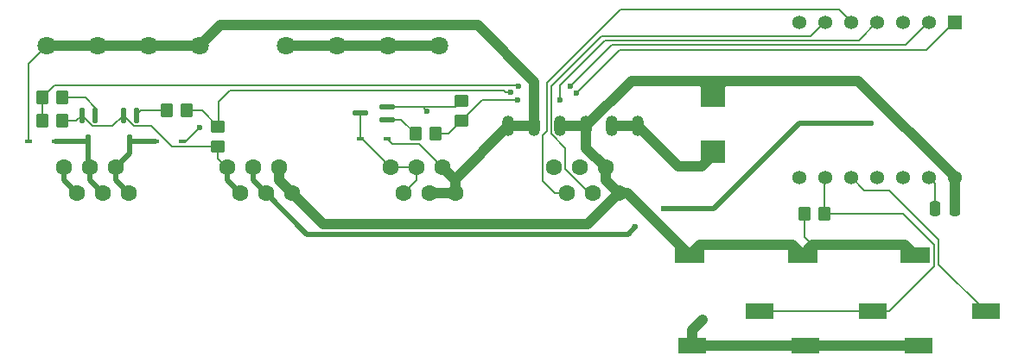
<source format=gbr>
%TF.GenerationSoftware,KiCad,Pcbnew,9.0.1*%
%TF.CreationDate,2025-04-18T12:39:12-07:00*%
%TF.ProjectId,Greenhouse Board,47726565-6e68-46f7-9573-6520426f6172,rev?*%
%TF.SameCoordinates,Original*%
%TF.FileFunction,Copper,L1,Top*%
%TF.FilePolarity,Positive*%
%FSLAX46Y46*%
G04 Gerber Fmt 4.6, Leading zero omitted, Abs format (unit mm)*
G04 Created by KiCad (PCBNEW 9.0.1) date 2025-04-18 12:39:12*
%MOMM*%
%LPD*%
G01*
G04 APERTURE LIST*
G04 Aperture macros list*
%AMRoundRect*
0 Rectangle with rounded corners*
0 $1 Rounding radius*
0 $2 $3 $4 $5 $6 $7 $8 $9 X,Y pos of 4 corners*
0 Add a 4 corners polygon primitive as box body*
4,1,4,$2,$3,$4,$5,$6,$7,$8,$9,$2,$3,0*
0 Add four circle primitives for the rounded corners*
1,1,$1+$1,$2,$3*
1,1,$1+$1,$4,$5*
1,1,$1+$1,$6,$7*
1,1,$1+$1,$8,$9*
0 Add four rect primitives between the rounded corners*
20,1,$1+$1,$2,$3,$4,$5,0*
20,1,$1+$1,$4,$5,$6,$7,0*
20,1,$1+$1,$6,$7,$8,$9,0*
20,1,$1+$1,$8,$9,$2,$3,0*%
G04 Aperture macros list end*
%TA.AperFunction,ComponentPad*%
%ADD10R,1.358000X1.358000*%
%TD*%
%TA.AperFunction,ComponentPad*%
%ADD11C,1.358000*%
%TD*%
%TA.AperFunction,ComponentPad*%
%ADD12C,1.600000*%
%TD*%
%TA.AperFunction,SMDPad,CuDef*%
%ADD13RoundRect,0.250000X-0.350000X-0.450000X0.350000X-0.450000X0.350000X0.450000X-0.350000X0.450000X0*%
%TD*%
%TA.AperFunction,SMDPad,CuDef*%
%ADD14RoundRect,0.112500X0.112500X0.637500X-0.112500X0.637500X-0.112500X-0.637500X0.112500X-0.637500X0*%
%TD*%
%TA.AperFunction,SMDPad,CuDef*%
%ADD15RoundRect,0.250000X0.250000X0.475000X-0.250000X0.475000X-0.250000X-0.475000X0.250000X-0.475000X0*%
%TD*%
%TA.AperFunction,SMDPad,CuDef*%
%ADD16R,0.800100X0.355600*%
%TD*%
%TA.AperFunction,ComponentPad*%
%ADD17O,1.200000X2.000000*%
%TD*%
%TA.AperFunction,SMDPad,CuDef*%
%ADD18RoundRect,0.250000X0.350000X0.450000X-0.350000X0.450000X-0.350000X-0.450000X0.350000X-0.450000X0*%
%TD*%
%TA.AperFunction,ComponentPad*%
%ADD19C,1.803400*%
%TD*%
%TA.AperFunction,SMDPad,CuDef*%
%ADD20RoundRect,0.250000X-0.450000X0.350000X-0.450000X-0.350000X0.450000X-0.350000X0.450000X0.350000X0*%
%TD*%
%TA.AperFunction,SMDPad,CuDef*%
%ADD21R,2.800000X1.500000*%
%TD*%
%TA.AperFunction,SMDPad,CuDef*%
%ADD22R,3.000000X1.500000*%
%TD*%
%TA.AperFunction,SMDPad,CuDef*%
%ADD23RoundRect,0.250000X0.450000X-0.350000X0.450000X0.350000X-0.450000X0.350000X-0.450000X-0.350000X0*%
%TD*%
%TA.AperFunction,SMDPad,CuDef*%
%ADD24R,2.489200X2.260600*%
%TD*%
%TA.AperFunction,SMDPad,CuDef*%
%ADD25RoundRect,0.112500X0.637500X-0.112500X0.637500X0.112500X-0.637500X0.112500X-0.637500X-0.112500X0*%
%TD*%
%TA.AperFunction,ViaPad*%
%ADD26C,0.600000*%
%TD*%
%TA.AperFunction,Conductor*%
%ADD27C,0.200000*%
%TD*%
%TA.AperFunction,Conductor*%
%ADD28C,1.000000*%
%TD*%
%TA.AperFunction,Conductor*%
%ADD29C,0.500000*%
%TD*%
G04 APERTURE END LIST*
D10*
%TO.P,U1,1,D0*%
%TO.N,/window_close*%
X196138800Y-79908400D03*
D11*
%TO.P,U1,2,D1*%
%TO.N,/window_open*%
X193598800Y-79908400D03*
%TO.P,U1,3,D2*%
%TO.N,/fan_signal*%
X191058800Y-79908400D03*
%TO.P,U1,4,D3*%
%TO.N,/mist_control*%
X188518800Y-79908400D03*
%TO.P,U1,5,D4*%
%TO.N,/SDA*%
X185978800Y-79908400D03*
%TO.P,U1,6,D5*%
%TO.N,/SCL*%
X183438800Y-79908400D03*
%TO.P,U1,7,TX_D6*%
%TO.N,unconnected-(U1-TX_D6-Pad7)*%
X180898800Y-79908400D03*
%TO.P,U1,8,RX_D7*%
%TO.N,unconnected-(U1-RX_D7-Pad8)*%
X180898800Y-95148400D03*
%TO.P,U1,9,D8*%
%TO.N,/temp_bus*%
X183438800Y-95148400D03*
%TO.P,U1,10,D9*%
%TO.N,/DHT22_Sensor*%
X185978800Y-95148400D03*
%TO.P,U1,11,D10*%
%TO.N,unconnected-(U1-D10-Pad11)*%
X188518800Y-95148400D03*
%TO.P,U1,12,VCC_3V3*%
%TO.N,unconnected-(U1-VCC_3V3-Pad12)*%
X191058800Y-95148400D03*
%TO.P,U1,13,GND*%
%TO.N,GND*%
X193598800Y-95148400D03*
%TO.P,U1,14,VUSB*%
%TO.N,+5V*%
X196138800Y-95148400D03*
%TD*%
D12*
%TO.P,J5,1*%
%TO.N,+5V*%
X163195000Y-96735900D03*
%TO.P,J5,2*%
X161925000Y-94195900D03*
%TO.P,J5,3*%
%TO.N,/SCL*%
X160655000Y-96735900D03*
%TO.P,J5,4*%
%TO.N,GND*%
X159385000Y-94195900D03*
%TO.P,J5,5*%
%TO.N,/SDA*%
X158115000Y-96735900D03*
%TO.P,J5,6*%
%TO.N,GND*%
X156845000Y-94195900D03*
%TD*%
D13*
%TO.P,R1,1*%
%TO.N,/window_open*%
X106696000Y-87337900D03*
%TO.P,R1,2*%
%TO.N,Net-(Q2-G)*%
X108696000Y-87337900D03*
%TD*%
D14*
%TO.P,Q2,1,G*%
%TO.N,Net-(Q2-G)*%
X111902000Y-89055900D03*
%TO.P,Q2,2,S*%
%TO.N,GND*%
X110602000Y-89055900D03*
%TO.P,Q2,3,D*%
%TO.N,/red_wire*%
X111252000Y-91715900D03*
%TD*%
D15*
%TO.P,C3,1*%
%TO.N,+5V*%
X196130649Y-98241294D03*
%TO.P,C3,2*%
%TO.N,GND*%
X194230649Y-98241294D03*
%TD*%
D16*
%TO.P,D1,1,K*%
%TO.N,+12V*%
X140493750Y-91401900D03*
%TO.P,D1,2,A*%
%TO.N,/mist-*%
X137890250Y-91401900D03*
%TD*%
D17*
%TO.P,U2,1,GND*%
%TO.N,GND*%
X162560000Y-90131900D03*
X165100000Y-90131900D03*
%TO.P,U2,2,5V*%
%TO.N,+5V*%
X157480000Y-90131900D03*
X160020000Y-90131900D03*
%TO.P,U2,3,12V*%
%TO.N,+12V*%
X152400000Y-90131900D03*
X154940000Y-90131900D03*
%TD*%
D18*
%TO.P,R4,1*%
%TO.N,/window_close*%
X120888000Y-88607900D03*
%TO.P,R4,2*%
%TO.N,Net-(Q1-G)*%
X118888000Y-88607900D03*
%TD*%
D19*
%TO.P,J1,1,1*%
%TO.N,+12V*%
X122163100Y-82236500D03*
%TO.P,J1,2,2*%
X117163100Y-82236500D03*
%TO.P,J1,3,3*%
X112163100Y-82236500D03*
%TO.P,J1,4,4*%
X107163099Y-82236500D03*
%TD*%
D20*
%TO.P,R3,1*%
%TO.N,/window_close*%
X123952000Y-90147900D03*
%TO.P,R3,2*%
%TO.N,GND*%
X123952000Y-92147900D03*
%TD*%
D19*
%TO.P,J6,1,1*%
%TO.N,GND*%
X145636000Y-82236500D03*
%TO.P,J6,2,2*%
X140636000Y-82236500D03*
%TO.P,J6,3,3*%
X135636000Y-82236500D03*
%TO.P,J6,4,4*%
X130635999Y-82236500D03*
%TD*%
D21*
%TO.P,J9,1*%
%TO.N,GND*%
X181503835Y-111707255D03*
D22*
%TO.P,J9,2*%
%TO.N,+5V*%
X181203835Y-102807255D03*
D21*
%TO.P,J9,3*%
%TO.N,/temp_bus*%
X188103835Y-108307255D03*
%TD*%
%TO.P,J7,1*%
%TO.N,GND*%
X192570546Y-111707255D03*
D22*
%TO.P,J7,2*%
%TO.N,+5V*%
X192270546Y-102807255D03*
D21*
%TO.P,J7,3*%
%TO.N,/DHT22_Sensor*%
X199170546Y-108307255D03*
%TD*%
D12*
%TO.P,J4,1*%
%TO.N,+12V*%
X147187000Y-96735900D03*
%TO.P,J4,2*%
X145917000Y-94195900D03*
%TO.P,J4,3*%
X144647000Y-96735900D03*
%TO.P,J4,4*%
%TO.N,/mist-*%
X143377000Y-94195900D03*
%TO.P,J4,5*%
X142107000Y-96735900D03*
%TO.P,J4,6*%
X140837000Y-94195900D03*
%TD*%
%TO.P,J2,1*%
%TO.N,/green_wire*%
X115183000Y-96735900D03*
%TO.P,J2,2*%
X113913000Y-94195900D03*
%TO.P,J2,3*%
%TO.N,/red_wire*%
X112643000Y-96735900D03*
%TO.P,J2,4*%
X111373000Y-94195900D03*
%TO.P,J2,5*%
%TO.N,GND*%
X110103000Y-96735900D03*
%TO.P,J2,6*%
X108833000Y-94195900D03*
%TD*%
%TO.P,J3,1*%
%TO.N,+5V*%
X131185000Y-96735900D03*
%TO.P,J3,2*%
X129915000Y-94195900D03*
%TO.P,J3,3*%
%TO.N,/fan_signal*%
X128645000Y-96735900D03*
%TO.P,J3,4*%
X127375000Y-94195900D03*
%TO.P,J3,5*%
%TO.N,GND*%
X126105000Y-96735900D03*
%TO.P,J3,6*%
X124835000Y-94195900D03*
%TD*%
D14*
%TO.P,Q1,1,G*%
%TO.N,Net-(Q1-G)*%
X115966000Y-89055900D03*
%TO.P,Q1,2,S*%
%TO.N,GND*%
X114666000Y-89055900D03*
%TO.P,Q1,3,D*%
%TO.N,/green_wire*%
X115316000Y-91715900D03*
%TD*%
D23*
%TO.P,R5,1*%
%TO.N,/mist_control*%
X147828000Y-89607900D03*
%TO.P,R5,2*%
%TO.N,GND*%
X147828000Y-87607900D03*
%TD*%
D13*
%TO.P,R9,1*%
%TO.N,+5V*%
X181388000Y-98767900D03*
%TO.P,R9,2*%
%TO.N,/temp_bus*%
X183388000Y-98767900D03*
%TD*%
D16*
%TO.P,D3,1,K*%
%TO.N,+12V*%
X105378250Y-91655900D03*
%TO.P,D3,2,A*%
%TO.N,/red_wire*%
X107981750Y-91655900D03*
%TD*%
D24*
%TO.P,C2,1*%
%TO.N,+5V*%
X172466000Y-87109300D03*
%TO.P,C2,2*%
%TO.N,GND*%
X172466000Y-92646500D03*
%TD*%
D16*
%TO.P,D2,1,K*%
%TO.N,+12V*%
X120427750Y-91655900D03*
%TO.P,D2,2,A*%
%TO.N,/green_wire*%
X117824250Y-91655900D03*
%TD*%
D13*
%TO.P,R2,1*%
%TO.N,/window_open*%
X106712000Y-89623900D03*
%TO.P,R2,2*%
%TO.N,GND*%
X108712000Y-89623900D03*
%TD*%
D21*
%TO.P,J8,1*%
%TO.N,GND*%
X170438823Y-111707255D03*
D22*
%TO.P,J8,2*%
%TO.N,+5V*%
X170138823Y-102807255D03*
D21*
%TO.P,J8,3*%
%TO.N,/temp_bus*%
X177038823Y-108307255D03*
%TD*%
D18*
%TO.P,R6,1*%
%TO.N,/mist_control*%
X145272000Y-90893900D03*
%TO.P,R6,2*%
%TO.N,Net-(Q3-G)*%
X143272000Y-90893900D03*
%TD*%
D25*
%TO.P,Q3,1,G*%
%TO.N,Net-(Q3-G)*%
X140522000Y-89511900D03*
%TO.P,Q3,2,S*%
%TO.N,GND*%
X140522000Y-88211900D03*
%TO.P,Q3,3,D*%
%TO.N,/mist-*%
X137862000Y-88861900D03*
%TD*%
D26*
%TO.N,GND*%
X144373600Y-88671400D03*
%TO.N,+12V*%
X122148600Y-90297000D03*
%TO.N,GND*%
X171450000Y-109181900D03*
%TO.N,/fan_signal*%
X167640000Y-98259900D03*
X164846000Y-100037900D03*
X187960000Y-89877900D03*
%TO.N,/window_close*%
X152628600Y-86830900D03*
X159102568Y-86853322D03*
%TO.N,/window_open*%
X158445200Y-86229900D03*
X153365200Y-86229900D03*
%TO.N,/mist_control*%
X157429200Y-87591900D03*
X153263600Y-87591900D03*
%TD*%
D27*
%TO.N,/window_close*%
X159435800Y-86520090D02*
X159435800Y-86512400D01*
X159102568Y-86853322D02*
X159435800Y-86520090D01*
X163296600Y-82651600D02*
X193384846Y-82651600D01*
X159435800Y-86512400D02*
X163296600Y-82651600D01*
X193384846Y-82651600D02*
X196139546Y-79896900D01*
X125072700Y-86614000D02*
X123977400Y-87709300D01*
X152628600Y-86830900D02*
X152159700Y-86830900D01*
X152159700Y-86830900D02*
X151942800Y-86614000D01*
X123977400Y-87709300D02*
X123977400Y-90122500D01*
X151942800Y-86614000D02*
X125072700Y-86614000D01*
X123977400Y-90122500D02*
X123952000Y-90147900D01*
%TO.N,/window_open*%
X153365200Y-86229900D02*
X153266700Y-86131400D01*
X153266700Y-86131400D02*
X107902500Y-86131400D01*
X107902500Y-86131400D02*
X106696000Y-87337900D01*
%TO.N,GND*%
X144119600Y-88211900D02*
X144119600Y-88417400D01*
X144119600Y-88417400D02*
X144373600Y-88671400D01*
X140522000Y-88211900D02*
X144119600Y-88211900D01*
X144119600Y-88211900D02*
X147224000Y-88211900D01*
X147224000Y-88211900D02*
X147828000Y-87607900D01*
X108712000Y-89623900D02*
X110034000Y-89623900D01*
X110034000Y-89623900D02*
X110602000Y-89055900D01*
%TO.N,+12V*%
X120789700Y-91655900D02*
X122148600Y-90297000D01*
X120427750Y-91655900D02*
X120789700Y-91655900D01*
D28*
X124186400Y-80213200D02*
X126365000Y-80213200D01*
D27*
%TO.N,/window_open*%
X158445200Y-86229900D02*
X162506100Y-82169000D01*
X162506100Y-82169000D02*
X191327446Y-82169000D01*
X191327446Y-82169000D02*
X193599546Y-79896900D01*
%TO.N,/mist_control*%
X157429200Y-87591900D02*
X157454600Y-87566500D01*
X157454600Y-86131400D02*
X161874200Y-81711800D01*
X157454600Y-87566500D02*
X157454600Y-86131400D01*
X161874200Y-81711800D02*
X186704646Y-81711800D01*
X186704646Y-81711800D02*
X188519546Y-79896900D01*
%TO.N,/SCL*%
X160655000Y-96735900D02*
X160367950Y-96735900D01*
X160367950Y-96735900D02*
X157946000Y-94313950D01*
X156579000Y-86219600D02*
X161493200Y-81305400D01*
X157946000Y-94313950D02*
X157946000Y-92272106D01*
X182031046Y-81305400D02*
X183439546Y-79896900D01*
X157946000Y-92272106D02*
X156579000Y-90905106D01*
X156579000Y-90905106D02*
X156579000Y-86219600D01*
X161493200Y-81305400D02*
X182031046Y-81305400D01*
%TO.N,/SDA*%
X158115000Y-96735900D02*
X156983630Y-96735900D01*
X156178000Y-90627206D02*
X156178000Y-85909400D01*
X156983630Y-96735900D02*
X155744000Y-95496270D01*
X184797246Y-78714600D02*
X185979546Y-79896900D01*
X155744000Y-95496270D02*
X155744000Y-91061206D01*
X155744000Y-91061206D02*
X156178000Y-90627206D01*
X156178000Y-85909400D02*
X163372800Y-78714600D01*
X163372800Y-78714600D02*
X184797246Y-78714600D01*
%TO.N,/mist_control*%
X153263600Y-87591900D02*
X149844000Y-87591900D01*
X149844000Y-87591900D02*
X147828000Y-89607900D01*
D28*
%TO.N,+12V*%
X149377400Y-80213200D02*
X154940000Y-85775800D01*
X154940000Y-85775800D02*
X154940000Y-90131900D01*
X126365000Y-80213200D02*
X149377400Y-80213200D01*
X122163100Y-82236500D02*
X124186400Y-80213200D01*
D27*
%TO.N,/DHT22_Sensor*%
X199170546Y-108307255D02*
X194564000Y-103700709D01*
X194564000Y-103700709D02*
X194564000Y-101307900D01*
X194564000Y-101307900D02*
X189674500Y-96418400D01*
X187261046Y-96418400D02*
X185979546Y-95136900D01*
X189674500Y-96418400D02*
X187261046Y-96418400D01*
%TO.N,GND*%
X194230649Y-98241294D02*
X194230649Y-95768003D01*
X194230649Y-95768003D02*
X193599546Y-95136900D01*
X114666000Y-89093794D02*
X115679106Y-90106900D01*
D29*
X108833000Y-95465900D02*
X110103000Y-96735900D01*
X108833000Y-94195900D02*
X108833000Y-95465900D01*
D28*
X140636000Y-82236500D02*
X145636000Y-82236500D01*
D27*
X119412000Y-92147900D02*
X123952000Y-92147900D01*
D28*
X181503835Y-111707255D02*
X192570546Y-111707255D01*
X170438823Y-110193077D02*
X171450000Y-109181900D01*
D27*
X123952000Y-92147900D02*
X123952000Y-93312900D01*
X113615000Y-90106900D02*
X114666000Y-89055900D01*
X123952000Y-93312900D02*
X124835000Y-94195900D01*
D29*
X124835000Y-95465900D02*
X126105000Y-96735900D01*
D28*
X172466000Y-92986722D02*
X171378122Y-94074600D01*
D27*
X111615106Y-90106900D02*
X113615000Y-90106900D01*
D28*
X170438823Y-111707255D02*
X170438823Y-110193077D01*
X169042700Y-94074600D02*
X165100000Y-90131900D01*
X130635999Y-82236500D02*
X135636000Y-82236500D01*
X172466000Y-92646500D02*
X172466000Y-92986722D01*
X170438823Y-111707255D02*
X181503835Y-111707255D01*
D27*
X140522000Y-82350500D02*
X140636000Y-82236500D01*
X110602000Y-89093794D02*
X111615106Y-90106900D01*
X114666000Y-89055900D02*
X114666000Y-89093794D01*
X110602000Y-89055900D02*
X110602000Y-89093794D01*
D28*
X162560000Y-90131900D02*
X165100000Y-90131900D01*
X171378122Y-94074600D02*
X169042700Y-94074600D01*
X135636000Y-82236500D02*
X140636000Y-82236500D01*
D29*
X124835000Y-94195900D02*
X124835000Y-95465900D01*
D27*
X115679106Y-90106900D02*
X117371000Y-90106900D01*
X117371000Y-90106900D02*
X119412000Y-92147900D01*
D28*
%TO.N,+5V*%
X134233000Y-99783900D02*
X160147000Y-99783900D01*
X157480000Y-90131900D02*
X160020000Y-90131900D01*
X163195000Y-96735900D02*
X164067468Y-96735900D01*
X173553878Y-85681200D02*
X172466000Y-86769078D01*
X161925000Y-94195900D02*
X161925000Y-95465900D01*
X191269546Y-101806255D02*
X192270546Y-102807255D01*
X172466000Y-86769078D02*
X172466000Y-87109300D01*
X180202835Y-101806255D02*
X181203835Y-102807255D01*
X171378122Y-85681200D02*
X172466000Y-86769078D01*
X170138823Y-102807255D02*
X171139823Y-101806255D01*
D27*
X181388000Y-98767900D02*
X181388000Y-100989420D01*
D28*
X196139546Y-95136900D02*
X186683846Y-85681200D01*
X129915000Y-95465900D02*
X131185000Y-96735900D01*
X171139823Y-101806255D02*
X180202835Y-101806255D01*
X196139546Y-98232397D02*
X196130649Y-98241294D01*
X160020000Y-90131900D02*
X164470700Y-85681200D01*
X164470700Y-85681200D02*
X171378122Y-85681200D01*
X129915000Y-94195900D02*
X129915000Y-95465900D01*
X160147000Y-99783900D02*
X163195000Y-96735900D01*
X131185000Y-96735900D02*
X134233000Y-99783900D01*
X161925000Y-95465900D02*
X163195000Y-96735900D01*
X164067468Y-96735900D02*
X170138823Y-102807255D01*
D27*
X181388000Y-100989420D02*
X182204835Y-101806255D01*
D28*
X173553878Y-85681200D02*
X171378122Y-85681200D01*
X160020000Y-90131900D02*
X160020000Y-92290900D01*
X182204835Y-101806255D02*
X191269546Y-101806255D01*
X160020000Y-92290900D02*
X161925000Y-94195900D01*
X196139546Y-95136900D02*
X196139546Y-98232397D01*
X186683846Y-85681200D02*
X173553878Y-85681200D01*
X181203835Y-102807255D02*
X182204835Y-101806255D01*
D29*
%TO.N,/green_wire*%
X117824250Y-91655900D02*
X115376000Y-91655900D01*
X115316000Y-92792900D02*
X113913000Y-94195900D01*
X115316000Y-91715900D02*
X115316000Y-92792900D01*
X113913000Y-95465900D02*
X115183000Y-96735900D01*
X115376000Y-91655900D02*
X115316000Y-91715900D01*
X113913000Y-94195900D02*
X113913000Y-95465900D01*
%TO.N,/red_wire*%
X107981750Y-91655900D02*
X111192000Y-91655900D01*
X111252000Y-94074900D02*
X111373000Y-94195900D01*
X111192000Y-91655900D02*
X111252000Y-91715900D01*
X111373000Y-95465900D02*
X112643000Y-96735900D01*
X111252000Y-91715900D02*
X111252000Y-94074900D01*
X111373000Y-94195900D02*
X111373000Y-95465900D01*
%TO.N,/fan_signal*%
X128645000Y-96735900D02*
X127375000Y-95465900D01*
X167640000Y-98259900D02*
X172522300Y-98259900D01*
X132644000Y-100734900D02*
X164149000Y-100734900D01*
X172522300Y-98259900D02*
X180904300Y-89877900D01*
X128645000Y-96735900D02*
X132644000Y-100734900D01*
X127375000Y-95465900D02*
X127375000Y-94195900D01*
X180904300Y-89877900D02*
X187960000Y-89877900D01*
X164149000Y-100734900D02*
X164846000Y-100037900D01*
D27*
%TO.N,/window_close*%
X122412000Y-88607900D02*
X123952000Y-90147900D01*
X120888000Y-88607900D02*
X122412000Y-88607900D01*
%TO.N,/window_open*%
X106712000Y-89623900D02*
X106712000Y-87353900D01*
X106712000Y-87353900D02*
X106696000Y-87337900D01*
%TO.N,/temp_bus*%
X191083191Y-98767900D02*
X183388000Y-98767900D01*
X177038823Y-108307255D02*
X188103835Y-108307255D01*
X189703835Y-108307255D02*
X194071546Y-103939544D01*
X194071546Y-103939544D02*
X194071546Y-101756255D01*
X183388000Y-98767900D02*
X183388000Y-95188446D01*
X183388000Y-95188446D02*
X183439546Y-95136900D01*
X188103835Y-108307255D02*
X189703835Y-108307255D01*
X194071546Y-101756255D02*
X191083191Y-98767900D01*
%TO.N,/mist_control*%
X145272000Y-90893900D02*
X146542000Y-90893900D01*
X146542000Y-90893900D02*
X147828000Y-89607900D01*
%TO.N,+12V*%
X140493750Y-91401900D02*
X140986750Y-91894900D01*
D28*
X147187000Y-96735900D02*
X144647000Y-96735900D01*
X117163100Y-82236500D02*
X122163100Y-82236500D01*
D27*
X105378250Y-84021349D02*
X107163099Y-82236500D01*
X143616000Y-91894900D02*
X145917000Y-94195900D01*
D28*
X107163099Y-82236500D02*
X112163100Y-82236500D01*
X147187000Y-96735900D02*
X147187000Y-95344900D01*
X147187000Y-95344900D02*
X152400000Y-90131900D01*
X147187000Y-96735900D02*
X147187000Y-95465900D01*
X112163100Y-82236500D02*
X117163100Y-82236500D01*
D27*
X105378250Y-91655900D02*
X105378250Y-84021349D01*
D28*
X152400000Y-90131900D02*
X154940000Y-90131900D01*
X147187000Y-95465900D02*
X145917000Y-94195900D01*
D27*
X140986750Y-91894900D02*
X143616000Y-91894900D01*
%TO.N,/mist-*%
X138043000Y-91401900D02*
X140837000Y-94195900D01*
X143377000Y-94195900D02*
X140837000Y-94195900D01*
X143377000Y-95465900D02*
X142107000Y-96735900D01*
X137862000Y-91373650D02*
X137890250Y-91401900D01*
X137890250Y-91401900D02*
X138043000Y-91401900D01*
X143377000Y-94195900D02*
X143377000Y-95465900D01*
X137862000Y-88861900D02*
X137862000Y-91373650D01*
%TO.N,Net-(Q1-G)*%
X116414000Y-88607900D02*
X118888000Y-88607900D01*
X115966000Y-89055900D02*
X116414000Y-88607900D01*
%TO.N,Net-(Q2-G)*%
X111902000Y-88305901D02*
X111902000Y-89055900D01*
X110933999Y-87337900D02*
X111902000Y-88305901D01*
X108696000Y-87337900D02*
X110933999Y-87337900D01*
%TO.N,Net-(Q3-G)*%
X141890000Y-89511900D02*
X140522000Y-89511900D01*
X143272000Y-90893900D02*
X141890000Y-89511900D01*
%TD*%
M02*

</source>
